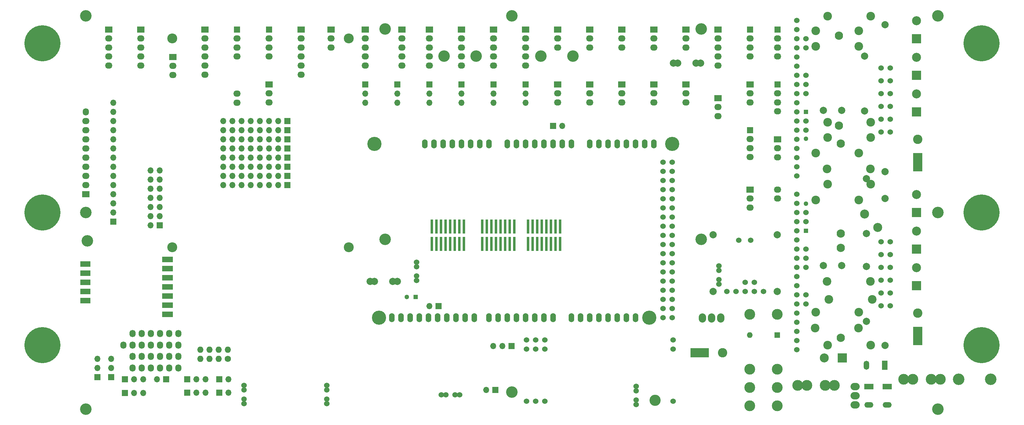
<source format=gbs>
%TF.GenerationSoftware,KiCad,Pcbnew,(2017-02-19 revision a416f3a4e)-master*%
%TF.CreationDate,2017-04-25T15:40:45+02:00*%
%TF.ProjectId,ardumower mega shield svn,617264756D6F776572206D6567612073,1.3*%
%TF.FileFunction,Soldermask,Bot*%
%TF.FilePolarity,Negative*%
%FSLAX46Y46*%
G04 Gerber Fmt 4.6, Leading zero omitted, Abs format (unit mm)*
G04 Created by KiCad (PCBNEW (2017-02-19 revision a416f3a4e)-master) date 04/25/17 15:40:45*
%MOMM*%
%LPD*%
G01*
G04 APERTURE LIST*
%ADD10C,0.100000*%
%ADD11O,1.727200X2.032000*%
%ADD12C,2.750000*%
%ADD13C,2.000000*%
%ADD14C,1.524000*%
%ADD15O,1.524000X2.540000*%
%ADD16C,3.937000*%
%ADD17R,1.700000X1.700000*%
%ADD18O,1.700000X1.700000*%
%ADD19R,2.499360X1.501140*%
%ADD20O,2.499360X1.501140*%
%ADD21R,1.300000X1.300000*%
%ADD22C,1.300000*%
%ADD23C,1.998980*%
%ADD24C,2.301240*%
%ADD25C,1.501140*%
%ADD26C,3.200000*%
%ADD27C,10.000000*%
%ADD28C,2.500000*%
%ADD29R,2.500000X2.500000*%
%ADD30R,2.600000X2.600000*%
%ADD31C,2.600000*%
%ADD32C,3.100000*%
%ADD33C,2.999740*%
%ADD34O,2.032000X2.540000*%
%ADD35O,2.540000X2.032000*%
%ADD36O,2.032000X1.727200*%
%ADD37R,2.032000X1.727200*%
%ADD38R,1.720000X1.720000*%
%ADD39O,2.032000X1.720000*%
%ADD40O,2.023000X1.720000*%
%ADD41R,2.032000X1.720000*%
%ADD42R,2.032000X1.700000*%
%ADD43O,2.032000X1.710000*%
%ADD44R,2.032000X1.710000*%
%ADD45C,2.400000*%
%ADD46R,0.660400X4.000000*%
%ADD47R,1.524000X1.524000*%
%ADD48O,1.727200X1.727200*%
%ADD49C,1.727200*%
%ADD50R,1.501140X2.499360*%
%ADD51O,1.501140X2.499360*%
%ADD52R,1.600000X1.600000*%
%ADD53O,1.600000X1.600000*%
G04 APERTURE END LIST*
D10*
D11*
%TO.C,U2*%
X43408600Y-121259600D03*
X45948600Y-121259600D03*
X48488600Y-121259600D03*
X51028600Y-121259600D03*
X53568600Y-121259600D03*
X56108600Y-121259600D03*
X40868600Y-124434600D03*
X43408600Y-124434600D03*
X45948600Y-124434600D03*
X48488600Y-124434600D03*
X51028600Y-124434600D03*
X53568600Y-124434600D03*
X56108600Y-124434600D03*
X43408600Y-130784600D03*
X45948600Y-130784600D03*
X48488600Y-130784600D03*
X51028600Y-130784600D03*
X53568600Y-130784600D03*
X56108600Y-130784600D03*
X56108600Y-130784600D03*
X56108600Y-130784600D03*
X56108600Y-127609600D03*
X53568600Y-127609600D03*
X51028600Y-127609600D03*
X48488600Y-127609600D03*
X45948600Y-127609600D03*
X43408600Y-127609600D03*
%TD*%
D12*
%TO.C,B16*%
X54367000Y-97326000D03*
X103367000Y-39326000D03*
X103367000Y-97326000D03*
X54367000Y-39326000D03*
%TD*%
D13*
%TO.C,Dual2*%
X252031500Y-35496500D03*
X252031500Y-76263500D03*
D14*
X230124000Y-39370000D03*
X230124000Y-41910000D03*
X230124000Y-49530000D03*
X230124000Y-52070000D03*
X230124000Y-54610000D03*
X230124000Y-62230000D03*
X230124000Y-64770000D03*
X250952000Y-47498000D03*
X250952000Y-51054000D03*
X250952000Y-54610000D03*
X250952000Y-58166000D03*
X250952000Y-61722000D03*
X250952000Y-65278000D03*
X227584000Y-34290000D03*
X227584000Y-36830000D03*
X227584000Y-39370000D03*
X227584000Y-41910000D03*
X227584000Y-44450000D03*
X227584000Y-46990000D03*
X227584000Y-49530000D03*
X227584000Y-52070000D03*
X227584000Y-54610000D03*
X227584000Y-57150000D03*
X227584000Y-59690000D03*
X227584000Y-62230000D03*
X227584000Y-64770000D03*
X227584000Y-67310000D03*
X227584000Y-69850000D03*
X227584000Y-72390000D03*
X227584000Y-74930000D03*
X227584000Y-77470000D03*
X253492000Y-65278000D03*
X253492000Y-61722000D03*
X253492000Y-58166000D03*
X253492000Y-54610000D03*
X253492000Y-51054000D03*
X253492000Y-47498000D03*
%TD*%
%TO.C,Dual1*%
X253492000Y-95758000D03*
X253492000Y-99314000D03*
X253492000Y-102870000D03*
X253492000Y-106426000D03*
X253492000Y-109982000D03*
X253492000Y-113538000D03*
X227584000Y-125730000D03*
X227584000Y-123190000D03*
X227584000Y-120650000D03*
X227584000Y-118110000D03*
X227584000Y-115570000D03*
X227584000Y-113030000D03*
X227584000Y-110490000D03*
X227584000Y-107950000D03*
X227584000Y-105410000D03*
X227584000Y-102870000D03*
X227584000Y-100330000D03*
X227584000Y-97790000D03*
X227584000Y-95250000D03*
X227584000Y-92710000D03*
X227584000Y-90170000D03*
X227584000Y-87630000D03*
X227584000Y-85090000D03*
X227584000Y-82550000D03*
X250952000Y-113538000D03*
X250952000Y-109982000D03*
X250952000Y-106426000D03*
X250952000Y-102870000D03*
X250952000Y-99314000D03*
X250952000Y-95758000D03*
X230124000Y-113030000D03*
X230124000Y-110490000D03*
X230124000Y-102870000D03*
X230124000Y-100330000D03*
X230124000Y-97790000D03*
X230124000Y-90170000D03*
X230124000Y-87630000D03*
D13*
X252031500Y-124523500D03*
X252031500Y-83756500D03*
%TD*%
D15*
%TO.C,SHIELD1*%
X124460000Y-68580000D03*
X127000000Y-68580000D03*
X115316000Y-116840000D03*
X117856000Y-116840000D03*
D14*
X193040000Y-73660000D03*
X190500000Y-73660000D03*
X193040000Y-76200000D03*
X190500000Y-76200000D03*
X193040000Y-78740000D03*
X190500000Y-78740000D03*
X193040000Y-81280000D03*
X190500000Y-81280000D03*
X193040000Y-83820000D03*
X190500000Y-83820000D03*
X193040000Y-86360000D03*
X190500000Y-86360000D03*
X193040000Y-88900000D03*
X190500000Y-88900000D03*
X193040000Y-91440000D03*
X190500000Y-91440000D03*
X193040000Y-93980000D03*
X190500000Y-93980000D03*
X193040000Y-96520000D03*
X190500000Y-96520000D03*
X193040000Y-99060000D03*
X190500000Y-99060000D03*
X193040000Y-101600000D03*
X190500000Y-101600000D03*
X190500000Y-104140000D03*
X193040000Y-104140000D03*
X193040000Y-116840000D03*
X190500000Y-116840000D03*
X193040000Y-106680000D03*
X190500000Y-106680000D03*
X193040000Y-109220000D03*
X190500000Y-109220000D03*
X193040000Y-111760000D03*
X190500000Y-111760000D03*
X193040000Y-114300000D03*
X190500000Y-114300000D03*
D16*
X110490000Y-68580000D03*
X111760000Y-116840000D03*
X186690000Y-116840000D03*
X193040000Y-68580000D03*
D15*
X134620000Y-68580000D03*
X120396000Y-116840000D03*
X122936000Y-116840000D03*
X125476000Y-116840000D03*
X128016000Y-116840000D03*
X130556000Y-116840000D03*
X133096000Y-116840000D03*
X135636000Y-116840000D03*
X138176000Y-116840000D03*
X142240000Y-116840000D03*
X144780000Y-116840000D03*
X147320000Y-116840000D03*
X149860000Y-116840000D03*
X152400000Y-116840000D03*
X154940000Y-116840000D03*
X157480000Y-116840000D03*
X160020000Y-116840000D03*
X129540000Y-68580000D03*
X132080000Y-68580000D03*
X137160000Y-68580000D03*
X139700000Y-68580000D03*
X142240000Y-68580000D03*
X152400000Y-68580000D03*
X149860000Y-68580000D03*
X147320000Y-68580000D03*
X154940000Y-68580000D03*
X157480000Y-68580000D03*
X160020000Y-68580000D03*
X177800000Y-68580000D03*
X175260000Y-68580000D03*
X172720000Y-68580000D03*
X162560000Y-68580000D03*
X165100000Y-68580000D03*
X170180000Y-68580000D03*
X180340000Y-68580000D03*
X182880000Y-68580000D03*
X185420000Y-68580000D03*
X187960000Y-68580000D03*
X182880000Y-116840000D03*
X180340000Y-116840000D03*
X177800000Y-116840000D03*
X175260000Y-116840000D03*
X172720000Y-116840000D03*
X170180000Y-116840000D03*
X167640000Y-116840000D03*
X165100000Y-116840000D03*
%TD*%
D17*
%TO.C,JC7*%
X152400000Y-52070000D03*
D18*
X152400000Y-54610000D03*
X152400000Y-57150000D03*
%TD*%
D17*
%TO.C,JC6*%
X143510000Y-52070000D03*
D18*
X143510000Y-54610000D03*
X143510000Y-57150000D03*
%TD*%
D17*
%TO.C,JC5*%
X134620000Y-52070000D03*
D18*
X134620000Y-54610000D03*
X134620000Y-57150000D03*
%TD*%
D17*
%TO.C,JC4*%
X125730000Y-52070000D03*
D18*
X125730000Y-54610000D03*
X125730000Y-57150000D03*
%TD*%
D17*
%TO.C,JC3*%
X116840000Y-52070000D03*
D18*
X116840000Y-54610000D03*
X116840000Y-57150000D03*
%TD*%
D17*
%TO.C,JC2*%
X107950000Y-52070000D03*
D18*
X107950000Y-54610000D03*
X107950000Y-57150000D03*
%TD*%
D17*
%TO.C,JP6*%
X58547000Y-133985000D03*
D18*
X61087000Y-133985000D03*
X63627000Y-133985000D03*
%TD*%
D17*
%TO.C,JP4*%
X41275000Y-133985000D03*
D18*
X43815000Y-133985000D03*
X46355000Y-133985000D03*
%TD*%
D17*
%TO.C,JP7*%
X37465000Y-133350000D03*
D18*
X37465000Y-130810000D03*
X37465000Y-128270000D03*
%TD*%
D17*
%TO.C,JP2*%
X52705000Y-133985000D03*
D18*
X50165000Y-133985000D03*
%TD*%
D17*
%TO.C,JP5*%
X67437000Y-137668000D03*
D18*
X69977000Y-137668000D03*
%TD*%
D17*
%TO.C,JP9*%
X67437000Y-133985000D03*
D18*
X69977000Y-133985000D03*
%TD*%
D17*
%TO.C,P45*%
X86360000Y-80010000D03*
D18*
X83820000Y-80010000D03*
X81280000Y-80010000D03*
X78740000Y-80010000D03*
X76200000Y-80010000D03*
X73660000Y-80010000D03*
X71120000Y-80010000D03*
X68580000Y-80010000D03*
%TD*%
D17*
%TO.C,P38*%
X86360000Y-77470000D03*
D18*
X83820000Y-77470000D03*
X81280000Y-77470000D03*
X78740000Y-77470000D03*
X76200000Y-77470000D03*
X73660000Y-77470000D03*
X71120000Y-77470000D03*
X68580000Y-77470000D03*
%TD*%
D17*
%TO.C,P24*%
X86360000Y-74930000D03*
D18*
X83820000Y-74930000D03*
X81280000Y-74930000D03*
X78740000Y-74930000D03*
X76200000Y-74930000D03*
X73660000Y-74930000D03*
X71120000Y-74930000D03*
X68580000Y-74930000D03*
%TD*%
D17*
%TO.C,P47*%
X86360000Y-69850000D03*
D18*
X83820000Y-69850000D03*
X81280000Y-69850000D03*
X78740000Y-69850000D03*
X76200000Y-69850000D03*
X73660000Y-69850000D03*
X71120000Y-69850000D03*
X68580000Y-69850000D03*
%TD*%
D17*
%TO.C,P32*%
X86360000Y-67310000D03*
D18*
X83820000Y-67310000D03*
X81280000Y-67310000D03*
X78740000Y-67310000D03*
X76200000Y-67310000D03*
X73660000Y-67310000D03*
X71120000Y-67310000D03*
X68580000Y-67310000D03*
%TD*%
D17*
%TO.C,P33*%
X86360000Y-64770000D03*
D18*
X83820000Y-64770000D03*
X81280000Y-64770000D03*
X78740000Y-64770000D03*
X76200000Y-64770000D03*
X73660000Y-64770000D03*
X71120000Y-64770000D03*
X68580000Y-64770000D03*
%TD*%
D17*
%TO.C,P34*%
X86360000Y-62230000D03*
D18*
X83820000Y-62230000D03*
X81280000Y-62230000D03*
X78740000Y-62230000D03*
X76200000Y-62230000D03*
X73660000Y-62230000D03*
X71120000Y-62230000D03*
X68580000Y-62230000D03*
%TD*%
D19*
%TO.C,D1*%
X252603000Y-136017000D03*
D20*
X252603000Y-141097000D03*
%TD*%
D21*
%TO.C,C9*%
X121920000Y-111125000D03*
D22*
X119420000Y-111125000D03*
%TD*%
D20*
%TO.C,D9*%
X247523000Y-141097000D03*
D19*
X247523000Y-136017000D03*
%TD*%
D22*
%TO.C,C10*%
X230124000Y-85210000D03*
D21*
X230124000Y-92710000D03*
%TD*%
%TO.C,C11*%
X230124000Y-59690000D03*
D22*
X230124000Y-67190000D03*
%TD*%
D23*
%TO.C,CC1*%
X246380000Y-44196000D03*
X246380000Y-59436000D03*
%TD*%
%TO.C,CC2*%
X246888000Y-102616000D03*
X246888000Y-117856000D03*
%TD*%
%TO.C,CC3*%
X246888000Y-78232000D03*
X246888000Y-93472000D03*
%TD*%
D24*
%TO.C,RL1*%
X239268000Y-63500000D03*
X239268000Y-38501320D03*
%TD*%
%TO.C,RL2*%
X239776000Y-122428000D03*
X239776000Y-97429320D03*
%TD*%
%TO.C,RL3*%
X239776000Y-68473320D03*
X239776000Y-93472000D03*
%TD*%
D25*
%TO.C,C12*%
X183007000Y-139700000D03*
X183007000Y-137160000D03*
D14*
X183007000Y-135890000D03*
X183007000Y-140970000D03*
%TD*%
D26*
%TO.C,B2*%
X30480000Y-87630000D03*
%TD*%
%TO.C,B3*%
X30480000Y-142240000D03*
%TD*%
%TO.C,B4*%
X148590000Y-33020000D03*
%TD*%
%TO.C,B5*%
X148590000Y-137541000D03*
%TD*%
%TO.C,B6*%
X266700000Y-33020000D03*
%TD*%
%TO.C,B7*%
X266700000Y-87630000D03*
%TD*%
%TO.C,B8*%
X266700000Y-142240000D03*
%TD*%
D27*
%TO.C,B9*%
X18415000Y-40640000D03*
%TD*%
%TO.C,B10*%
X18415000Y-87630000D03*
%TD*%
%TO.C,B11*%
X18415000Y-124460000D03*
%TD*%
%TO.C,B12*%
X278765000Y-40640000D03*
%TD*%
%TO.C,B13*%
X278765000Y-87630000D03*
%TD*%
%TO.C,B14*%
X278765000Y-124460000D03*
%TD*%
D26*
%TO.C,B17*%
X272415000Y-133985000D03*
%TD*%
%TO.C,B18*%
X281305000Y-133985000D03*
%TD*%
D28*
%TO.C,P15*%
X260731000Y-102950000D03*
D29*
X260731000Y-107950000D03*
%TD*%
%TO.C,P16*%
X260731000Y-97790000D03*
D28*
X260731000Y-92790000D03*
%TD*%
%TO.C,P18*%
X260731000Y-82630000D03*
D29*
X260731000Y-87630000D03*
%TD*%
D28*
%TO.C,P17*%
X260731000Y-54690000D03*
D29*
X260731000Y-59690000D03*
%TD*%
D28*
%TO.C,P39*%
X260731000Y-44530000D03*
D29*
X260731000Y-49530000D03*
%TD*%
D28*
%TO.C,P36*%
X260731000Y-34370000D03*
D29*
X260731000Y-39370000D03*
%TD*%
D13*
%TO.C,SP1*%
X200903840Y-46177200D03*
X193304160Y-46177200D03*
X199644000Y-46177200D03*
X194564000Y-46177200D03*
%TD*%
D14*
%TO.C,U3*%
X210693000Y-109601000D03*
X208153000Y-109601000D03*
X218313000Y-109601000D03*
X211455000Y-95377000D03*
X214757000Y-95377000D03*
D13*
X204343000Y-109601000D03*
X222123000Y-109601000D03*
X204343000Y-93853000D03*
X222123000Y-93853000D03*
D14*
X215773000Y-109601000D03*
X213233000Y-109601000D03*
X213233000Y-107061000D03*
X215773000Y-107061000D03*
%TD*%
D30*
%TO.C,P43*%
X261112000Y-123190000D03*
X261112000Y-120650000D03*
D31*
X261112000Y-115570000D03*
D30*
X261112000Y-123190000D03*
%TD*%
%TO.C,P42*%
X199390000Y-126619000D03*
X201930000Y-126619000D03*
D31*
X207010000Y-126619000D03*
D30*
X199390000Y-126619000D03*
%TD*%
%TO.C,P37*%
X261112000Y-74930000D03*
X261112000Y-72390000D03*
D31*
X261112000Y-67310000D03*
D30*
X261112000Y-74930000D03*
%TD*%
D14*
%TO.C,U1*%
X193294000Y-125603000D03*
X157734000Y-125603000D03*
X152654000Y-125603000D03*
X155194000Y-125603000D03*
X157734000Y-123063000D03*
X155194000Y-123063000D03*
X157734000Y-140081000D03*
X155194000Y-140081000D03*
D32*
X188224000Y-139817000D03*
D14*
X193294000Y-140081000D03*
X193294000Y-123063000D03*
X152654000Y-123063000D03*
X152654000Y-140081000D03*
%TD*%
D33*
%TO.C,K3*%
X222123000Y-141351000D03*
X222123000Y-136271000D03*
X222123000Y-131191000D03*
X214503000Y-141351000D03*
X214503000Y-136271000D03*
X214503000Y-131191000D03*
X214503000Y-115951000D03*
X222123000Y-115951000D03*
%TD*%
D25*
%TO.C,C3*%
X205994000Y-103759000D03*
X205994000Y-106299000D03*
D14*
X205994000Y-107569000D03*
X205994000Y-102489000D03*
%TD*%
D34*
%TO.C,Q4*%
X203962000Y-116967000D03*
X206502000Y-116967000D03*
X201422000Y-116967000D03*
%TD*%
D35*
%TO.C,Q2*%
X243713000Y-141097000D03*
X243713000Y-136017000D03*
X243713000Y-138557000D03*
%TD*%
D36*
%TO.C,P35*%
X81280000Y-57070000D03*
X81280000Y-54570000D03*
D37*
X81280000Y-52070000D03*
%TD*%
D38*
%TO.C,P3*%
X222250000Y-36830000D03*
D39*
X222250000Y-39330000D03*
D40*
X222250000Y-41830000D03*
D39*
X222250000Y-44330000D03*
%TD*%
D38*
%TO.C,P11*%
X214630000Y-36830000D03*
D39*
X214630000Y-39330000D03*
D40*
X214630000Y-41830000D03*
D39*
X214630000Y-44330000D03*
%TD*%
D41*
%TO.C,I2C2*%
X107950000Y-36830000D03*
D39*
X107950000Y-39330000D03*
X107950000Y-41830000D03*
X107950000Y-44330000D03*
X107950000Y-46830000D03*
%TD*%
%TO.C,I2C3*%
X118110000Y-46830000D03*
X118110000Y-44330000D03*
X118110000Y-41830000D03*
X118110000Y-39330000D03*
D41*
X118110000Y-36830000D03*
%TD*%
D39*
%TO.C,I2C4*%
X125730000Y-46830000D03*
X125730000Y-44330000D03*
X125730000Y-41830000D03*
X125730000Y-39330000D03*
D41*
X125730000Y-36830000D03*
%TD*%
%TO.C,I2C5*%
X134620000Y-36830000D03*
D39*
X134620000Y-39330000D03*
X134620000Y-41830000D03*
X134620000Y-44330000D03*
X134620000Y-46830000D03*
%TD*%
D42*
%TO.C,I2C6*%
X143510000Y-36830000D03*
D39*
X143510000Y-39330000D03*
X143510000Y-41830000D03*
X143510000Y-44330000D03*
X143510000Y-46830000D03*
%TD*%
%TO.C,I2C7*%
X152400000Y-46830000D03*
X152400000Y-44330000D03*
X152400000Y-41830000D03*
X152400000Y-39330000D03*
D41*
X152400000Y-36830000D03*
%TD*%
D38*
%TO.C,P1*%
X214630000Y-64770000D03*
D39*
X214630000Y-67270000D03*
D40*
X214630000Y-69770000D03*
D39*
X214630000Y-72270000D03*
%TD*%
%TO.C,P2*%
X222250000Y-59570000D03*
D40*
X222250000Y-57070000D03*
D39*
X222250000Y-54570000D03*
D38*
X222250000Y-52070000D03*
%TD*%
D41*
%TO.C,P25*%
X54610000Y-44450000D03*
D39*
X54610000Y-46950000D03*
X54610000Y-49450000D03*
%TD*%
%TO.C,P28*%
X98425000Y-41830000D03*
X98425000Y-39330000D03*
D41*
X98425000Y-36830000D03*
%TD*%
D39*
%TO.C,P4*%
X179070000Y-41830000D03*
X179070000Y-39330000D03*
D41*
X179070000Y-36830000D03*
%TD*%
%TO.C,P12*%
X161290000Y-52070000D03*
D39*
X161290000Y-54570000D03*
X161290000Y-57070000D03*
%TD*%
%TO.C,P14*%
X170180000Y-57070000D03*
X170180000Y-54570000D03*
D41*
X170180000Y-52070000D03*
%TD*%
%TO.C,P22*%
X170180000Y-36830000D03*
D39*
X170180000Y-39330000D03*
X170180000Y-41830000D03*
%TD*%
%TO.C,P26*%
X179070000Y-57070000D03*
X179070000Y-54570000D03*
D41*
X179070000Y-52070000D03*
%TD*%
D39*
%TO.C,P30*%
X161290000Y-41830000D03*
X161290000Y-39330000D03*
D41*
X161290000Y-36830000D03*
%TD*%
%TO.C,P21*%
X222250000Y-67310000D03*
D39*
X222250000Y-69810000D03*
X222250000Y-72310000D03*
%TD*%
D41*
%TO.C,P31*%
X214630000Y-81280000D03*
D43*
X214630000Y-83780000D03*
X214630000Y-86280000D03*
%TD*%
%TO.C,P20*%
X222250000Y-83780000D03*
X222250000Y-81280000D03*
%TD*%
%TO.C,P23*%
X72390000Y-54650000D03*
X72390000Y-57150000D03*
%TD*%
D39*
%TO.C,P40*%
X205740000Y-46830000D03*
X205740000Y-44330000D03*
X205740000Y-41830000D03*
X205740000Y-39330000D03*
D41*
X205740000Y-36830000D03*
%TD*%
D43*
%TO.C,P13*%
X63500000Y-49330000D03*
X63500000Y-46830000D03*
X63500000Y-44330000D03*
X63500000Y-41830000D03*
X63500000Y-39330000D03*
D44*
X63500000Y-36830000D03*
%TD*%
D43*
%TO.C,P6*%
X90170000Y-49330000D03*
X90170000Y-46830000D03*
X90170000Y-44330000D03*
X90170000Y-41830000D03*
X90170000Y-39330000D03*
D44*
X90170000Y-36830000D03*
%TD*%
%TO.C,P19*%
X214630000Y-52070000D03*
D43*
X214630000Y-54570000D03*
X214630000Y-57070000D03*
%TD*%
D44*
%TO.C,P41*%
X205740000Y-55880000D03*
D43*
X205740000Y-58380000D03*
X205740000Y-60880000D03*
%TD*%
D26*
%TO.C,B1*%
X30480000Y-33020000D03*
%TD*%
D43*
%TO.C,P8*%
X196850000Y-41830000D03*
X196850000Y-39330000D03*
D44*
X196850000Y-36830000D03*
%TD*%
D43*
%TO.C,P9*%
X187960000Y-41830000D03*
X187960000Y-39330000D03*
D44*
X187960000Y-36830000D03*
%TD*%
%TO.C,P46*%
X196850000Y-52070000D03*
D43*
X196850000Y-54570000D03*
X196850000Y-57070000D03*
%TD*%
%TO.C,P48*%
X187960000Y-57070000D03*
X187960000Y-54570000D03*
D44*
X187960000Y-52070000D03*
%TD*%
D45*
%TO.C,BY1*%
X244760000Y-41529000D03*
X232760000Y-41529000D03*
%TD*%
%TO.C,BY2*%
X236062000Y-66802000D03*
X248062000Y-66802000D03*
%TD*%
%TO.C,BY3*%
X232760000Y-37211000D03*
X244760000Y-37211000D03*
%TD*%
%TO.C,BY4*%
X236062000Y-33147000D03*
X248062000Y-33147000D03*
%TD*%
%TO.C,BY5*%
X232633000Y-119761000D03*
X244633000Y-119761000D03*
%TD*%
%TO.C,BY6*%
X236062000Y-124460000D03*
X248062000Y-124460000D03*
%TD*%
%TO.C,BY7*%
X232760000Y-115316000D03*
X244760000Y-115316000D03*
%TD*%
%TO.C,BY8*%
X236443000Y-111760000D03*
X248443000Y-111760000D03*
%TD*%
%TO.C,BY9*%
X232760000Y-84201000D03*
X244760000Y-84201000D03*
%TD*%
%TO.C,BY10*%
X236062000Y-79756000D03*
X248062000Y-79756000D03*
%TD*%
%TO.C,BY11*%
X232760000Y-71120000D03*
X244760000Y-71120000D03*
%TD*%
%TO.C,BY12*%
X247935000Y-75565000D03*
X235935000Y-75565000D03*
%TD*%
%TO.C,DKE1*%
X235935000Y-106807000D03*
X247935000Y-106807000D03*
%TD*%
%TO.C,DKE2*%
X248062000Y-62611000D03*
X236062000Y-62611000D03*
%TD*%
D23*
%TO.C,PRFA1*%
X240030000Y-102331520D03*
X234950000Y-102331520D03*
%TD*%
%TO.C,PRFA2*%
X234950000Y-59278520D03*
X240030000Y-59278520D03*
%TD*%
D41*
%TO.C,P5*%
X45720000Y-36830000D03*
D39*
X45720000Y-39330000D03*
X45720000Y-41830000D03*
X45720000Y-44330000D03*
X45720000Y-46830000D03*
%TD*%
D28*
%TO.C,P49*%
X235157000Y-128016000D03*
D29*
X240157000Y-128016000D03*
%TD*%
D41*
%TO.C,P44*%
X36830000Y-36830000D03*
D39*
X36830000Y-39330000D03*
X36830000Y-41830000D03*
X36830000Y-44330000D03*
X36830000Y-46830000D03*
%TD*%
D46*
%TO.C,S1*%
X161925000Y-91567000D03*
X160655000Y-91567000D03*
X159385000Y-91567000D03*
X158115000Y-91567000D03*
X156845000Y-91567000D03*
X155575000Y-91567000D03*
X154305000Y-91567000D03*
X153035000Y-91567000D03*
X153035000Y-96393000D03*
X154305000Y-96393000D03*
X155575000Y-96393000D03*
X156845000Y-96393000D03*
X158115000Y-96393000D03*
X159385000Y-96393000D03*
X160655000Y-96393000D03*
X161925000Y-96393000D03*
%TD*%
%TO.C,S2*%
X135255000Y-96393000D03*
X133985000Y-96393000D03*
X132715000Y-96393000D03*
X131445000Y-96393000D03*
X130175000Y-96393000D03*
X128905000Y-96393000D03*
X127635000Y-96393000D03*
X126365000Y-96393000D03*
X126365000Y-91567000D03*
X127635000Y-91567000D03*
X128905000Y-91567000D03*
X130175000Y-91567000D03*
X131445000Y-91567000D03*
X132715000Y-91567000D03*
X133985000Y-91567000D03*
X135255000Y-91567000D03*
%TD*%
%TO.C,S3*%
X149225000Y-91567000D03*
X147955000Y-91567000D03*
X146685000Y-91567000D03*
X145415000Y-91567000D03*
X144145000Y-91567000D03*
X142875000Y-91567000D03*
X141605000Y-91567000D03*
X140335000Y-91567000D03*
X140335000Y-96393000D03*
X141605000Y-96393000D03*
X142875000Y-96393000D03*
X144145000Y-96393000D03*
X145415000Y-96393000D03*
X146685000Y-96393000D03*
X147955000Y-96393000D03*
X149225000Y-96393000D03*
%TD*%
D18*
%TO.C,JP1*%
X141478000Y-136906000D03*
D17*
X144018000Y-136906000D03*
%TD*%
D18*
%TO.C,JP8*%
X143383000Y-124714000D03*
X145923000Y-124714000D03*
D17*
X148463000Y-124714000D03*
%TD*%
D11*
%TO.C,P10*%
X30480000Y-59690000D03*
D36*
X30480000Y-62230000D03*
X30480000Y-64770000D03*
X30480000Y-67310000D03*
X30480000Y-69850000D03*
X30480000Y-72390000D03*
X30480000Y-74930000D03*
X30480000Y-77470000D03*
X30480000Y-80010000D03*
D37*
X30480000Y-82550000D03*
%TD*%
D26*
%TO.C,B19*%
X138684000Y-44196000D03*
%TD*%
%TO.C,B20*%
X156591000Y-44196000D03*
%TD*%
%TO.C,B21*%
X165481000Y-44196000D03*
%TD*%
%TO.C,B22*%
X129794000Y-44196000D03*
%TD*%
D28*
%TO.C,EF3*%
X246319522Y-88077522D03*
X249996478Y-91754478D03*
%TD*%
D39*
%TO.C,I2C1*%
X72390000Y-44330000D03*
D40*
X72390000Y-41830000D03*
D39*
X72390000Y-39330000D03*
D38*
X72390000Y-36830000D03*
%TD*%
D39*
%TO.C,P27*%
X81280000Y-44330000D03*
D40*
X81280000Y-41830000D03*
D39*
X81280000Y-39330000D03*
D38*
X81280000Y-36830000D03*
%TD*%
D18*
%TO.C,P29*%
X68580000Y-72390000D03*
X71120000Y-72390000D03*
X73660000Y-72390000D03*
X76200000Y-72390000D03*
X78740000Y-72390000D03*
X81280000Y-72390000D03*
X83820000Y-72390000D03*
D17*
X86360000Y-72390000D03*
%TD*%
D18*
%TO.C,JP10*%
X46355000Y-137795000D03*
X43815000Y-137795000D03*
D17*
X41275000Y-137795000D03*
%TD*%
%TO.C,JP11*%
X58547000Y-137668000D03*
D18*
X61087000Y-137668000D03*
X63627000Y-137668000D03*
%TD*%
%TO.C,JP12*%
X33655000Y-128270000D03*
X33655000Y-130810000D03*
D17*
X33655000Y-133350000D03*
%TD*%
D47*
%TO.C,U8*%
X52348000Y-110871000D03*
X52348000Y-113411000D03*
X52348000Y-115951000D03*
X52348000Y-105791000D03*
X52348000Y-108331000D03*
X52348000Y-103251000D03*
X52348000Y-100711000D03*
X30988000Y-112141000D03*
X30988000Y-107061000D03*
X30988000Y-109601000D03*
X30988000Y-104521000D03*
X30988000Y-101981000D03*
D26*
X30848000Y-95521000D03*
D47*
X53848000Y-113411000D03*
X53848000Y-115951000D03*
X53848000Y-110871000D03*
X53848000Y-108331000D03*
X53848000Y-105791000D03*
X53848000Y-103251000D03*
X53848000Y-100711000D03*
X29718000Y-101981000D03*
X29718000Y-104521000D03*
X29718000Y-107061000D03*
X29718000Y-109601000D03*
X29718000Y-112141000D03*
%TD*%
D48*
%TO.C,U11*%
X62230000Y-125730000D03*
X62230000Y-128270000D03*
X64770000Y-125730000D03*
X64770000Y-128270000D03*
X67310000Y-125730000D03*
X67310000Y-128270000D03*
X69850000Y-125730000D03*
D49*
X69850000Y-128270000D03*
%TD*%
D26*
%TO.C,B15*%
X113411000Y-95123000D03*
X113411000Y-36703000D03*
X201041000Y-36703000D03*
X201041000Y-95123000D03*
%TD*%
D33*
%TO.C,EF1*%
X230378000Y-135636000D03*
X235458000Y-135636000D03*
X237998000Y-135636000D03*
X227838000Y-135636000D03*
%TD*%
%TO.C,EF2*%
X257175000Y-133985000D03*
X267335000Y-133985000D03*
X264795000Y-133985000D03*
X259715000Y-133985000D03*
%TD*%
D50*
%TO.C,D73*%
X251968000Y-130048000D03*
D51*
X246888000Y-130048000D03*
%TD*%
D13*
%TO.C,SP2*%
X110490000Y-106807000D03*
X115570000Y-106807000D03*
X109230160Y-106807000D03*
X116829840Y-106807000D03*
%TD*%
D18*
%TO.C,P7*%
X38100000Y-57150000D03*
X38100000Y-59690000D03*
X38100000Y-62230000D03*
X38100000Y-64770000D03*
X38100000Y-67310000D03*
X38100000Y-69850000D03*
X38100000Y-72390000D03*
X38100000Y-74930000D03*
X38100000Y-77470000D03*
X38100000Y-80010000D03*
X38100000Y-82550000D03*
X38100000Y-85090000D03*
X38100000Y-87630000D03*
D17*
X38100000Y-90170000D03*
%TD*%
D18*
%TO.C,P50*%
X48387000Y-75946000D03*
X50927000Y-75946000D03*
X48387000Y-78486000D03*
X50927000Y-78486000D03*
X48387000Y-81026000D03*
X50927000Y-81026000D03*
X48387000Y-83566000D03*
X50927000Y-83566000D03*
X48387000Y-86106000D03*
X50927000Y-86106000D03*
X48387000Y-88646000D03*
X50927000Y-88646000D03*
X48387000Y-91186000D03*
D17*
X50927000Y-91186000D03*
%TD*%
D52*
%TO.C,D10*%
X222123000Y-121666000D03*
D53*
X214503000Y-121666000D03*
%TD*%
D14*
%TO.C,C2*%
X122174000Y-106553000D03*
X122174000Y-101473000D03*
D25*
X122174000Y-102743000D03*
X122174000Y-105283000D03*
%TD*%
D18*
%TO.C,JP13*%
X125730000Y-113665000D03*
D17*
X128270000Y-113665000D03*
%TD*%
D14*
%TO.C,C1*%
X134112000Y-138303000D03*
X129032000Y-138303000D03*
D25*
X130302000Y-138303000D03*
X132842000Y-138303000D03*
%TD*%
%TO.C,C8*%
X97282000Y-139446000D03*
X97282000Y-136906000D03*
D14*
X97282000Y-135636000D03*
X97282000Y-140716000D03*
%TD*%
D25*
%TO.C,C13*%
X74295000Y-139446000D03*
X74295000Y-136906000D03*
D14*
X74295000Y-135636000D03*
X74295000Y-140716000D03*
%TD*%
D18*
%TO.C,P51*%
X162560000Y-63627000D03*
D17*
X160020000Y-63627000D03*
%TD*%
M02*

</source>
